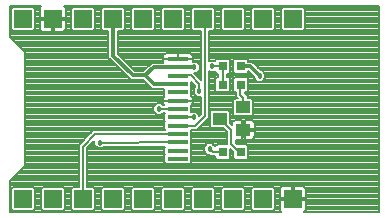
<source format=gbl>
G75*
%MOIN*%
%OFA0B0*%
%FSLAX25Y25*%
%IPPOS*%
%LPD*%
%AMOC8*
5,1,8,0,0,1.08239X$1,22.5*
%
%ADD10R,0.06000X0.06000*%
%ADD11R,0.07047X0.01417*%
%ADD12R,0.03150X0.03150*%
%ADD13R,0.04724X0.03937*%
%ADD14C,0.00800*%
%ADD15C,0.01200*%
%ADD16C,0.01800*%
D10*
X0011800Y0023933D03*
X0021800Y0023933D03*
X0031800Y0023933D03*
X0041800Y0023933D03*
X0051800Y0023933D03*
X0061800Y0023933D03*
X0071800Y0023933D03*
X0081800Y0023933D03*
X0091800Y0023933D03*
X0101800Y0023933D03*
X0101800Y0084033D03*
X0091800Y0084033D03*
X0081800Y0084033D03*
X0071800Y0084033D03*
X0061800Y0084033D03*
X0051800Y0084033D03*
X0041800Y0084033D03*
X0031800Y0084033D03*
X0021800Y0084033D03*
X0011800Y0084033D03*
D11*
X0063506Y0070637D03*
X0063506Y0067861D03*
X0063506Y0065085D03*
X0063506Y0062310D03*
X0063506Y0059534D03*
X0063506Y0056759D03*
X0063506Y0053983D03*
X0063506Y0051207D03*
X0063506Y0048432D03*
X0063506Y0045656D03*
X0063506Y0042881D03*
X0063506Y0040105D03*
X0063506Y0037330D03*
D12*
X0078400Y0039583D03*
X0084400Y0039583D03*
X0084400Y0062083D03*
X0078400Y0062083D03*
X0078400Y0068183D03*
X0084400Y0068183D03*
D13*
X0085337Y0054523D03*
X0077463Y0050783D03*
X0085337Y0047043D03*
D14*
X0007700Y0029945D02*
X0007700Y0019783D01*
X0097992Y0019783D01*
X0097940Y0019813D01*
X0097680Y0020073D01*
X0097495Y0020393D01*
X0097400Y0020749D01*
X0097400Y0023533D01*
X0101400Y0023533D01*
X0101400Y0024333D01*
X0097400Y0024333D01*
X0097400Y0027117D01*
X0097495Y0027473D01*
X0097680Y0027793D01*
X0097940Y0028053D01*
X0098260Y0028238D01*
X0098616Y0028333D01*
X0101400Y0028333D01*
X0101400Y0024333D01*
X0102200Y0024333D01*
X0106200Y0024333D01*
X0106200Y0027117D01*
X0106105Y0027473D01*
X0105920Y0027793D01*
X0105660Y0028053D01*
X0105340Y0028238D01*
X0104984Y0028333D01*
X0102200Y0028333D01*
X0102200Y0024333D01*
X0102200Y0023533D01*
X0106200Y0023533D01*
X0106200Y0020749D01*
X0106105Y0020393D01*
X0105920Y0020073D01*
X0105660Y0019813D01*
X0105608Y0019783D01*
X0130500Y0019783D01*
X0130500Y0088183D01*
X0025608Y0088183D01*
X0025660Y0088153D01*
X0025920Y0087893D01*
X0026105Y0087573D01*
X0026200Y0087217D01*
X0026200Y0084433D01*
X0022200Y0084433D01*
X0022200Y0083633D01*
X0022200Y0079633D01*
X0024984Y0079633D01*
X0025340Y0079728D01*
X0025660Y0079913D01*
X0025920Y0080173D01*
X0026105Y0080493D01*
X0026200Y0080849D01*
X0026200Y0083633D01*
X0022200Y0083633D01*
X0021400Y0083633D01*
X0021400Y0079633D01*
X0018616Y0079633D01*
X0018260Y0079728D01*
X0017940Y0079913D01*
X0017680Y0080173D01*
X0017495Y0080493D01*
X0017400Y0080849D01*
X0017400Y0083633D01*
X0021400Y0083633D01*
X0021400Y0084433D01*
X0017400Y0084433D01*
X0017400Y0087217D01*
X0017495Y0087573D01*
X0017680Y0087893D01*
X0017940Y0088153D01*
X0017992Y0088183D01*
X0007700Y0088183D01*
X0007700Y0078022D01*
X0011938Y0073783D01*
X0012700Y0073022D01*
X0012700Y0034945D01*
X0007700Y0029945D01*
X0007918Y0030162D02*
X0030400Y0030162D01*
X0030400Y0029364D02*
X0007700Y0029364D01*
X0007700Y0028565D02*
X0030400Y0028565D01*
X0030400Y0027933D02*
X0028386Y0027933D01*
X0027800Y0027347D01*
X0027800Y0020519D01*
X0028386Y0019933D01*
X0035214Y0019933D01*
X0035800Y0020519D01*
X0035800Y0027347D01*
X0035214Y0027933D01*
X0033200Y0027933D01*
X0033200Y0040903D01*
X0035600Y0043303D01*
X0035600Y0041996D01*
X0036713Y0040883D01*
X0038287Y0040883D01*
X0038802Y0041398D01*
X0059221Y0041466D01*
X0058983Y0041228D01*
X0058983Y0038982D01*
X0059248Y0038717D01*
X0058983Y0038452D01*
X0058983Y0036207D01*
X0059568Y0035621D01*
X0067444Y0035621D01*
X0068030Y0036207D01*
X0068030Y0038452D01*
X0067765Y0038717D01*
X0068030Y0038982D01*
X0068030Y0041228D01*
X0067765Y0041493D01*
X0068030Y0041758D01*
X0068030Y0044004D01*
X0067765Y0044268D01*
X0068030Y0044533D01*
X0068030Y0046779D01*
X0067826Y0046983D01*
X0069847Y0046983D01*
X0074000Y0051136D01*
X0074000Y0066496D01*
X0074213Y0066283D01*
X0075787Y0066283D01*
X0075825Y0066321D01*
X0075825Y0066194D01*
X0076411Y0065608D01*
X0077000Y0065608D01*
X0077000Y0064658D01*
X0076411Y0064658D01*
X0075825Y0064072D01*
X0075825Y0060094D01*
X0076411Y0059508D01*
X0080389Y0059508D01*
X0080975Y0060094D01*
X0080975Y0064072D01*
X0080389Y0064658D01*
X0079800Y0064658D01*
X0079800Y0065608D01*
X0080389Y0065608D01*
X0080975Y0066194D01*
X0080975Y0070172D01*
X0080389Y0070758D01*
X0076411Y0070758D01*
X0075825Y0070172D01*
X0075825Y0070045D01*
X0075787Y0070083D01*
X0074213Y0070083D01*
X0074000Y0069870D01*
X0074000Y0080033D01*
X0075214Y0080033D01*
X0075800Y0080619D01*
X0075800Y0087447D01*
X0075214Y0088033D01*
X0068386Y0088033D01*
X0067800Y0087447D01*
X0067800Y0080619D01*
X0068386Y0080033D01*
X0071200Y0080033D01*
X0071200Y0063663D01*
X0069108Y0065755D01*
X0069108Y0065770D01*
X0068887Y0065983D01*
X0069787Y0065983D01*
X0070900Y0067096D01*
X0070900Y0068670D01*
X0069787Y0069783D01*
X0068430Y0069783D01*
X0068430Y0070637D01*
X0068430Y0071530D01*
X0068334Y0071886D01*
X0068150Y0072205D01*
X0067890Y0072466D01*
X0067570Y0072650D01*
X0067214Y0072745D01*
X0063506Y0072745D01*
X0059798Y0072745D01*
X0059442Y0072650D01*
X0059123Y0072466D01*
X0058862Y0072205D01*
X0058678Y0071886D01*
X0058583Y0071530D01*
X0058583Y0070637D01*
X0063506Y0070637D01*
X0063506Y0072745D01*
X0063506Y0070637D01*
X0063506Y0070637D01*
X0063506Y0070637D01*
X0058583Y0070637D01*
X0058583Y0069744D01*
X0058658Y0069461D01*
X0054715Y0069461D01*
X0052037Y0066783D01*
X0049063Y0066783D01*
X0043400Y0072446D01*
X0043400Y0080033D01*
X0045214Y0080033D01*
X0045800Y0080619D01*
X0045800Y0087447D01*
X0045214Y0088033D01*
X0038386Y0088033D01*
X0037800Y0087447D01*
X0037800Y0080619D01*
X0038386Y0080033D01*
X0040200Y0080033D01*
X0040200Y0071120D01*
X0041137Y0070183D01*
X0041137Y0070183D01*
X0046800Y0064520D01*
X0047737Y0063583D01*
X0052037Y0063583D01*
X0054910Y0060710D01*
X0059035Y0060710D01*
X0058983Y0060657D01*
X0058983Y0058447D01*
X0058862Y0058327D01*
X0058678Y0058008D01*
X0058583Y0057652D01*
X0058583Y0056759D01*
X0063506Y0056759D01*
X0063506Y0056759D01*
X0058583Y0056759D01*
X0058583Y0055866D01*
X0058678Y0055510D01*
X0058751Y0055383D01*
X0058487Y0055383D01*
X0057987Y0055883D01*
X0056413Y0055883D01*
X0055300Y0054770D01*
X0055300Y0053196D01*
X0056413Y0052083D01*
X0057987Y0052083D01*
X0058487Y0052583D01*
X0059235Y0052583D01*
X0058983Y0052330D01*
X0058983Y0050085D01*
X0059248Y0049820D01*
X0058983Y0049555D01*
X0058983Y0047309D01*
X0059245Y0047046D01*
X0035906Y0046991D01*
X0035328Y0046991D01*
X0035327Y0046990D01*
X0035325Y0046990D01*
X0034919Y0046582D01*
X0030400Y0042063D01*
X0030400Y0027933D01*
X0028219Y0027767D02*
X0025381Y0027767D01*
X0025214Y0027933D02*
X0025800Y0027347D01*
X0025800Y0020519D01*
X0025214Y0019933D01*
X0018386Y0019933D01*
X0017800Y0020519D01*
X0017800Y0027347D01*
X0018386Y0027933D01*
X0025214Y0027933D01*
X0025800Y0026968D02*
X0027800Y0026968D01*
X0027800Y0026170D02*
X0025800Y0026170D01*
X0025800Y0025371D02*
X0027800Y0025371D01*
X0027800Y0024573D02*
X0025800Y0024573D01*
X0025800Y0023774D02*
X0027800Y0023774D01*
X0027800Y0022976D02*
X0025800Y0022976D01*
X0025800Y0022177D02*
X0027800Y0022177D01*
X0027800Y0021379D02*
X0025800Y0021379D01*
X0025800Y0020580D02*
X0027800Y0020580D01*
X0031800Y0023933D02*
X0031800Y0041483D01*
X0035908Y0045591D01*
X0063506Y0045656D01*
X0068030Y0045334D02*
X0079925Y0045334D01*
X0079925Y0046132D02*
X0068030Y0046132D01*
X0067878Y0046931D02*
X0079335Y0046931D01*
X0079925Y0046341D02*
X0078452Y0047815D01*
X0074687Y0047815D01*
X0074101Y0048400D01*
X0074101Y0053166D01*
X0074687Y0053752D01*
X0080239Y0053752D01*
X0080825Y0053166D01*
X0080825Y0049401D01*
X0081575Y0048651D01*
X0081575Y0049196D01*
X0081670Y0049552D01*
X0081855Y0049871D01*
X0082115Y0050132D01*
X0082434Y0050316D01*
X0082790Y0050411D01*
X0084937Y0050411D01*
X0084937Y0047443D01*
X0085737Y0047443D01*
X0085737Y0050411D01*
X0087884Y0050411D01*
X0088240Y0050316D01*
X0088559Y0050132D01*
X0088819Y0049871D01*
X0089004Y0049552D01*
X0089099Y0049196D01*
X0089099Y0047443D01*
X0085737Y0047443D01*
X0085737Y0046643D01*
X0089099Y0046643D01*
X0089099Y0044890D01*
X0089004Y0044534D01*
X0088819Y0044215D01*
X0088559Y0043954D01*
X0088240Y0043770D01*
X0087884Y0043674D01*
X0085737Y0043674D01*
X0085737Y0046643D01*
X0084937Y0046643D01*
X0084937Y0043674D01*
X0082790Y0043674D01*
X0082725Y0043692D01*
X0082725Y0042774D01*
X0083341Y0042158D01*
X0086389Y0042158D01*
X0086975Y0041572D01*
X0086975Y0037594D01*
X0086389Y0037008D01*
X0082411Y0037008D01*
X0081825Y0037594D01*
X0081825Y0039714D01*
X0080975Y0040565D01*
X0080975Y0037594D01*
X0080389Y0037008D01*
X0076411Y0037008D01*
X0075825Y0037594D01*
X0075825Y0038183D01*
X0074620Y0038183D01*
X0074020Y0038783D01*
X0073313Y0038783D01*
X0072200Y0039896D01*
X0072200Y0041470D01*
X0073313Y0042583D01*
X0074887Y0042583D01*
X0075862Y0041608D01*
X0076411Y0042158D01*
X0079925Y0042158D01*
X0079925Y0046341D01*
X0081325Y0046921D02*
X0081325Y0042194D01*
X0083500Y0040019D01*
X0084400Y0039583D01*
X0081795Y0039744D02*
X0080975Y0039744D01*
X0080975Y0038946D02*
X0081825Y0038946D01*
X0081825Y0038147D02*
X0080975Y0038147D01*
X0080730Y0037349D02*
X0082070Y0037349D01*
X0078400Y0039583D02*
X0075200Y0039583D01*
X0074100Y0040683D01*
X0072352Y0039744D02*
X0068030Y0039744D01*
X0068030Y0040543D02*
X0072200Y0040543D01*
X0072200Y0041341D02*
X0067917Y0041341D01*
X0068030Y0042140D02*
X0072870Y0042140D01*
X0075330Y0042140D02*
X0076393Y0042140D01*
X0079925Y0042938D02*
X0068030Y0042938D01*
X0068030Y0043737D02*
X0079925Y0043737D01*
X0079925Y0044535D02*
X0068030Y0044535D01*
X0063506Y0042881D02*
X0037511Y0042794D01*
X0037500Y0042783D01*
X0035600Y0042938D02*
X0035235Y0042938D01*
X0035600Y0042140D02*
X0034437Y0042140D01*
X0033638Y0041341D02*
X0036255Y0041341D01*
X0038745Y0041341D02*
X0059096Y0041341D01*
X0058983Y0040543D02*
X0033200Y0040543D01*
X0033200Y0039744D02*
X0058983Y0039744D01*
X0059019Y0038946D02*
X0033200Y0038946D01*
X0033200Y0038147D02*
X0058983Y0038147D01*
X0058983Y0037349D02*
X0033200Y0037349D01*
X0033200Y0036550D02*
X0058983Y0036550D01*
X0059438Y0035752D02*
X0033200Y0035752D01*
X0033200Y0034953D02*
X0130500Y0034953D01*
X0130500Y0034155D02*
X0033200Y0034155D01*
X0033200Y0033356D02*
X0130500Y0033356D01*
X0130500Y0032558D02*
X0033200Y0032558D01*
X0033200Y0031759D02*
X0130500Y0031759D01*
X0130500Y0030961D02*
X0033200Y0030961D01*
X0033200Y0030162D02*
X0130500Y0030162D01*
X0130500Y0029364D02*
X0033200Y0029364D01*
X0033200Y0028565D02*
X0130500Y0028565D01*
X0130500Y0027767D02*
X0105935Y0027767D01*
X0106200Y0026968D02*
X0130500Y0026968D01*
X0130500Y0026170D02*
X0106200Y0026170D01*
X0106200Y0025371D02*
X0130500Y0025371D01*
X0130500Y0024573D02*
X0106200Y0024573D01*
X0106200Y0022976D02*
X0130500Y0022976D01*
X0130500Y0023774D02*
X0102200Y0023774D01*
X0102200Y0024573D02*
X0101400Y0024573D01*
X0101400Y0025371D02*
X0102200Y0025371D01*
X0102200Y0026170D02*
X0101400Y0026170D01*
X0101400Y0026968D02*
X0102200Y0026968D01*
X0102200Y0027767D02*
X0101400Y0027767D01*
X0097665Y0027767D02*
X0095381Y0027767D01*
X0095214Y0027933D02*
X0095800Y0027347D01*
X0095800Y0020519D01*
X0095214Y0019933D01*
X0088386Y0019933D01*
X0087800Y0020519D01*
X0087800Y0027347D01*
X0088386Y0027933D01*
X0095214Y0027933D01*
X0095800Y0026968D02*
X0097400Y0026968D01*
X0097400Y0026170D02*
X0095800Y0026170D01*
X0095800Y0025371D02*
X0097400Y0025371D01*
X0097400Y0024573D02*
X0095800Y0024573D01*
X0095800Y0023774D02*
X0101400Y0023774D01*
X0097400Y0022976D02*
X0095800Y0022976D01*
X0095800Y0022177D02*
X0097400Y0022177D01*
X0097400Y0021379D02*
X0095800Y0021379D01*
X0095800Y0020580D02*
X0097445Y0020580D01*
X0106155Y0020580D02*
X0130500Y0020580D01*
X0130500Y0021379D02*
X0106200Y0021379D01*
X0106200Y0022177D02*
X0130500Y0022177D01*
X0130500Y0035752D02*
X0067575Y0035752D01*
X0068030Y0036550D02*
X0130500Y0036550D01*
X0130500Y0037349D02*
X0086730Y0037349D01*
X0086975Y0038147D02*
X0130500Y0038147D01*
X0130500Y0038946D02*
X0086975Y0038946D01*
X0086975Y0039744D02*
X0130500Y0039744D01*
X0130500Y0040543D02*
X0086975Y0040543D01*
X0086975Y0041341D02*
X0130500Y0041341D01*
X0130500Y0042140D02*
X0086407Y0042140D01*
X0085737Y0043737D02*
X0084937Y0043737D01*
X0084937Y0044535D02*
X0085737Y0044535D01*
X0085737Y0045334D02*
X0084937Y0045334D01*
X0084937Y0046132D02*
X0085737Y0046132D01*
X0085737Y0046931D02*
X0130500Y0046931D01*
X0130500Y0047729D02*
X0089099Y0047729D01*
X0089099Y0048528D02*
X0130500Y0048528D01*
X0130500Y0049327D02*
X0089064Y0049327D01*
X0088565Y0050125D02*
X0130500Y0050125D01*
X0130500Y0050924D02*
X0080825Y0050924D01*
X0080825Y0051722D02*
X0082393Y0051722D01*
X0082561Y0051555D02*
X0081975Y0052141D01*
X0081975Y0056906D01*
X0082561Y0057492D01*
X0083589Y0057492D01*
X0082937Y0058143D01*
X0082937Y0059508D01*
X0082411Y0059508D01*
X0081825Y0060094D01*
X0081825Y0064072D01*
X0082411Y0064658D01*
X0086389Y0064658D01*
X0086975Y0064072D01*
X0086975Y0060094D01*
X0086389Y0059508D01*
X0085737Y0059508D01*
X0085737Y0059303D01*
X0086737Y0058303D01*
X0086737Y0057492D01*
X0088113Y0057492D01*
X0088699Y0056906D01*
X0088699Y0052141D01*
X0088113Y0051555D01*
X0082561Y0051555D01*
X0081975Y0052521D02*
X0080825Y0052521D01*
X0080672Y0053319D02*
X0081975Y0053319D01*
X0081975Y0054118D02*
X0074000Y0054118D01*
X0074000Y0054916D02*
X0081975Y0054916D01*
X0081975Y0055715D02*
X0074000Y0055715D01*
X0074000Y0056513D02*
X0081975Y0056513D01*
X0082380Y0057312D02*
X0074000Y0057312D01*
X0074000Y0058110D02*
X0082970Y0058110D01*
X0082937Y0058909D02*
X0074000Y0058909D01*
X0074000Y0059707D02*
X0076212Y0059707D01*
X0075825Y0060506D02*
X0074000Y0060506D01*
X0074000Y0061304D02*
X0075825Y0061304D01*
X0075825Y0062103D02*
X0074000Y0062103D01*
X0074000Y0062901D02*
X0075825Y0062901D01*
X0075825Y0063700D02*
X0074000Y0063700D01*
X0074000Y0064498D02*
X0076251Y0064498D01*
X0077000Y0065297D02*
X0074000Y0065297D01*
X0074000Y0066095D02*
X0075924Y0066095D01*
X0075000Y0068183D02*
X0078400Y0068183D01*
X0078400Y0062083D01*
X0080975Y0062103D02*
X0081825Y0062103D01*
X0081825Y0062901D02*
X0080975Y0062901D01*
X0080975Y0063700D02*
X0081825Y0063700D01*
X0082251Y0064498D02*
X0080549Y0064498D01*
X0079800Y0065297D02*
X0088224Y0065297D01*
X0088900Y0064620D02*
X0086975Y0066546D01*
X0086975Y0066194D01*
X0086389Y0065608D01*
X0082411Y0065608D01*
X0081825Y0066194D01*
X0081825Y0070172D01*
X0082411Y0070758D01*
X0086389Y0070758D01*
X0086975Y0070172D01*
X0086975Y0069783D01*
X0088263Y0069783D01*
X0089200Y0068846D01*
X0089200Y0068846D01*
X0091163Y0066883D01*
X0091587Y0066883D01*
X0092700Y0065770D01*
X0092700Y0064196D01*
X0091587Y0063083D01*
X0090013Y0063083D01*
X0088900Y0064196D01*
X0088900Y0064620D01*
X0088900Y0064498D02*
X0086549Y0064498D01*
X0086975Y0063700D02*
X0089396Y0063700D01*
X0086975Y0062901D02*
X0130500Y0062901D01*
X0130500Y0062103D02*
X0086975Y0062103D01*
X0086975Y0061304D02*
X0130500Y0061304D01*
X0130500Y0060506D02*
X0086975Y0060506D01*
X0086588Y0059707D02*
X0130500Y0059707D01*
X0130500Y0058909D02*
X0086131Y0058909D01*
X0086737Y0058110D02*
X0130500Y0058110D01*
X0130500Y0057312D02*
X0088294Y0057312D01*
X0088699Y0056513D02*
X0130500Y0056513D01*
X0130500Y0055715D02*
X0088699Y0055715D01*
X0088699Y0054916D02*
X0130500Y0054916D01*
X0130500Y0054118D02*
X0088699Y0054118D01*
X0088699Y0053319D02*
X0130500Y0053319D01*
X0130500Y0052521D02*
X0088699Y0052521D01*
X0088281Y0051722D02*
X0130500Y0051722D01*
X0130500Y0046132D02*
X0089099Y0046132D01*
X0089099Y0045334D02*
X0130500Y0045334D01*
X0130500Y0044535D02*
X0089004Y0044535D01*
X0088117Y0043737D02*
X0130500Y0043737D01*
X0130500Y0042938D02*
X0082725Y0042938D01*
X0080996Y0040543D02*
X0080975Y0040543D01*
X0075825Y0038147D02*
X0068030Y0038147D01*
X0068030Y0037349D02*
X0076070Y0037349D01*
X0073150Y0038946D02*
X0067994Y0038946D01*
X0077463Y0050783D02*
X0081325Y0046921D01*
X0078537Y0047729D02*
X0070593Y0047729D01*
X0071392Y0048528D02*
X0074101Y0048528D01*
X0074101Y0049327D02*
X0072190Y0049327D01*
X0072989Y0050125D02*
X0074101Y0050125D01*
X0074101Y0050924D02*
X0073787Y0050924D01*
X0074000Y0051722D02*
X0074101Y0051722D01*
X0074101Y0052521D02*
X0074000Y0052521D01*
X0074000Y0053319D02*
X0074254Y0053319D01*
X0072600Y0051716D02*
X0069267Y0048383D01*
X0062380Y0048383D01*
X0063000Y0048432D01*
X0063506Y0048432D01*
X0063506Y0051207D02*
X0068776Y0051207D01*
X0068794Y0051190D01*
X0070150Y0052521D02*
X0071200Y0052521D01*
X0071200Y0052296D02*
X0070693Y0051789D01*
X0070693Y0051977D01*
X0069580Y0053090D01*
X0068030Y0053090D01*
X0068030Y0055070D01*
X0068150Y0055190D01*
X0068334Y0055510D01*
X0068430Y0055866D01*
X0068430Y0056759D01*
X0068430Y0057652D01*
X0068334Y0058008D01*
X0068150Y0058327D01*
X0068030Y0058447D01*
X0068030Y0060657D01*
X0067765Y0060922D01*
X0068030Y0061187D01*
X0068030Y0062873D01*
X0069300Y0061603D01*
X0069300Y0061170D01*
X0068800Y0060670D01*
X0068800Y0059096D01*
X0069913Y0057983D01*
X0071200Y0057983D01*
X0071200Y0052296D01*
X0071200Y0053319D02*
X0068030Y0053319D01*
X0068030Y0054118D02*
X0071200Y0054118D01*
X0071200Y0054916D02*
X0068030Y0054916D01*
X0068389Y0055715D02*
X0071200Y0055715D01*
X0071200Y0056513D02*
X0068430Y0056513D01*
X0068430Y0056759D02*
X0063506Y0056759D01*
X0068430Y0056759D01*
X0068430Y0057312D02*
X0071200Y0057312D01*
X0069786Y0058110D02*
X0068275Y0058110D01*
X0068030Y0058909D02*
X0068987Y0058909D01*
X0068800Y0059707D02*
X0068030Y0059707D01*
X0068030Y0060506D02*
X0068800Y0060506D01*
X0069300Y0061304D02*
X0068030Y0061304D01*
X0068030Y0062103D02*
X0068800Y0062103D01*
X0070700Y0062183D02*
X0070700Y0059883D01*
X0070700Y0062183D02*
X0067719Y0065164D01*
X0063506Y0065085D01*
X0069566Y0065297D02*
X0071200Y0065297D01*
X0071200Y0066095D02*
X0069899Y0066095D01*
X0070698Y0066894D02*
X0071200Y0066894D01*
X0071200Y0067692D02*
X0070900Y0067692D01*
X0070900Y0068491D02*
X0071200Y0068491D01*
X0071200Y0069289D02*
X0070281Y0069289D01*
X0071200Y0070088D02*
X0068430Y0070088D01*
X0068430Y0070637D02*
X0063506Y0070637D01*
X0068430Y0070637D01*
X0068430Y0070886D02*
X0071200Y0070886D01*
X0071200Y0071685D02*
X0068388Y0071685D01*
X0067859Y0072483D02*
X0071200Y0072483D01*
X0071200Y0073282D02*
X0043400Y0073282D01*
X0043400Y0074080D02*
X0071200Y0074080D01*
X0071200Y0074879D02*
X0043400Y0074879D01*
X0043400Y0075677D02*
X0071200Y0075677D01*
X0071200Y0076476D02*
X0043400Y0076476D01*
X0043400Y0077274D02*
X0071200Y0077274D01*
X0071200Y0078073D02*
X0043400Y0078073D01*
X0043400Y0078871D02*
X0071200Y0078871D01*
X0071200Y0079670D02*
X0043400Y0079670D01*
X0045650Y0080468D02*
X0047950Y0080468D01*
X0047800Y0080619D02*
X0048386Y0080033D01*
X0055214Y0080033D01*
X0055800Y0080619D01*
X0055800Y0087447D01*
X0055214Y0088033D01*
X0048386Y0088033D01*
X0047800Y0087447D01*
X0047800Y0080619D01*
X0047800Y0081267D02*
X0045800Y0081267D01*
X0045800Y0082065D02*
X0047800Y0082065D01*
X0047800Y0082864D02*
X0045800Y0082864D01*
X0045800Y0083662D02*
X0047800Y0083662D01*
X0047800Y0084461D02*
X0045800Y0084461D01*
X0045800Y0085260D02*
X0047800Y0085260D01*
X0047800Y0086058D02*
X0045800Y0086058D01*
X0045800Y0086857D02*
X0047800Y0086857D01*
X0048008Y0087655D02*
X0045592Y0087655D01*
X0038008Y0087655D02*
X0035592Y0087655D01*
X0035800Y0087447D02*
X0035214Y0088033D01*
X0028386Y0088033D01*
X0027800Y0087447D01*
X0027800Y0080619D01*
X0028386Y0080033D01*
X0035214Y0080033D01*
X0035800Y0080619D01*
X0035800Y0087447D01*
X0035800Y0086857D02*
X0037800Y0086857D01*
X0037800Y0086058D02*
X0035800Y0086058D01*
X0035800Y0085260D02*
X0037800Y0085260D01*
X0037800Y0084461D02*
X0035800Y0084461D01*
X0035800Y0083662D02*
X0037800Y0083662D01*
X0037800Y0082864D02*
X0035800Y0082864D01*
X0035800Y0082065D02*
X0037800Y0082065D01*
X0037800Y0081267D02*
X0035800Y0081267D01*
X0035650Y0080468D02*
X0037950Y0080468D01*
X0040200Y0079670D02*
X0025122Y0079670D01*
X0026091Y0080468D02*
X0027950Y0080468D01*
X0027800Y0081267D02*
X0026200Y0081267D01*
X0026200Y0082065D02*
X0027800Y0082065D01*
X0027800Y0082864D02*
X0026200Y0082864D01*
X0026200Y0084461D02*
X0027800Y0084461D01*
X0027800Y0083662D02*
X0022200Y0083662D01*
X0022200Y0082864D02*
X0021400Y0082864D01*
X0021400Y0083662D02*
X0015800Y0083662D01*
X0015800Y0082864D02*
X0017400Y0082864D01*
X0017400Y0082065D02*
X0015800Y0082065D01*
X0015800Y0081267D02*
X0017400Y0081267D01*
X0017509Y0080468D02*
X0015650Y0080468D01*
X0015800Y0080619D02*
X0015800Y0087447D01*
X0015214Y0088033D01*
X0008386Y0088033D01*
X0007800Y0087447D01*
X0007800Y0080619D01*
X0008386Y0080033D01*
X0015214Y0080033D01*
X0015800Y0080619D01*
X0018478Y0079670D02*
X0007700Y0079670D01*
X0007700Y0080468D02*
X0007950Y0080468D01*
X0007800Y0081267D02*
X0007700Y0081267D01*
X0007700Y0082065D02*
X0007800Y0082065D01*
X0007800Y0082864D02*
X0007700Y0082864D01*
X0007700Y0083662D02*
X0007800Y0083662D01*
X0007800Y0084461D02*
X0007700Y0084461D01*
X0007700Y0085260D02*
X0007800Y0085260D01*
X0007800Y0086058D02*
X0007700Y0086058D01*
X0007700Y0086857D02*
X0007800Y0086857D01*
X0007700Y0087655D02*
X0008008Y0087655D01*
X0015592Y0087655D02*
X0017543Y0087655D01*
X0017400Y0086857D02*
X0015800Y0086857D01*
X0015800Y0086058D02*
X0017400Y0086058D01*
X0017400Y0085260D02*
X0015800Y0085260D01*
X0015800Y0084461D02*
X0017400Y0084461D01*
X0021400Y0082065D02*
X0022200Y0082065D01*
X0022200Y0081267D02*
X0021400Y0081267D01*
X0021400Y0080468D02*
X0022200Y0080468D01*
X0022200Y0079670D02*
X0021400Y0079670D01*
X0026200Y0085260D02*
X0027800Y0085260D01*
X0027800Y0086058D02*
X0026200Y0086058D01*
X0026200Y0086857D02*
X0027800Y0086857D01*
X0028008Y0087655D02*
X0026057Y0087655D01*
X0040200Y0078871D02*
X0007700Y0078871D01*
X0007700Y0078073D02*
X0040200Y0078073D01*
X0040200Y0077274D02*
X0008447Y0077274D01*
X0009246Y0076476D02*
X0040200Y0076476D01*
X0040200Y0075677D02*
X0010044Y0075677D01*
X0010843Y0074879D02*
X0040200Y0074879D01*
X0040200Y0074080D02*
X0011641Y0074080D01*
X0012440Y0073282D02*
X0040200Y0073282D01*
X0040200Y0072483D02*
X0012700Y0072483D01*
X0012700Y0071685D02*
X0040200Y0071685D01*
X0040434Y0070886D02*
X0012700Y0070886D01*
X0012700Y0070088D02*
X0041233Y0070088D01*
X0042031Y0069289D02*
X0012700Y0069289D01*
X0012700Y0068491D02*
X0042830Y0068491D01*
X0043628Y0067692D02*
X0012700Y0067692D01*
X0012700Y0066894D02*
X0044427Y0066894D01*
X0045225Y0066095D02*
X0012700Y0066095D01*
X0012700Y0065297D02*
X0046024Y0065297D01*
X0046800Y0064520D02*
X0046800Y0064520D01*
X0046822Y0064498D02*
X0012700Y0064498D01*
X0012700Y0063700D02*
X0047621Y0063700D01*
X0052719Y0062901D02*
X0012700Y0062901D01*
X0012700Y0062103D02*
X0053518Y0062103D01*
X0054316Y0061304D02*
X0012700Y0061304D01*
X0012700Y0060506D02*
X0058983Y0060506D01*
X0058983Y0059707D02*
X0012700Y0059707D01*
X0012700Y0058909D02*
X0058983Y0058909D01*
X0058737Y0058110D02*
X0012700Y0058110D01*
X0012700Y0057312D02*
X0058583Y0057312D01*
X0058583Y0056513D02*
X0012700Y0056513D01*
X0012700Y0055715D02*
X0056245Y0055715D01*
X0055446Y0054916D02*
X0012700Y0054916D01*
X0012700Y0054118D02*
X0055300Y0054118D01*
X0055300Y0053319D02*
X0012700Y0053319D01*
X0012700Y0052521D02*
X0055976Y0052521D01*
X0057200Y0053983D02*
X0063506Y0053983D01*
X0063506Y0056759D02*
X0063506Y0056759D01*
X0058623Y0055715D02*
X0058155Y0055715D01*
X0058424Y0052521D02*
X0059173Y0052521D01*
X0058983Y0051722D02*
X0012700Y0051722D01*
X0012700Y0050924D02*
X0058983Y0050924D01*
X0058983Y0050125D02*
X0012700Y0050125D01*
X0012700Y0049327D02*
X0058983Y0049327D01*
X0058983Y0048528D02*
X0012700Y0048528D01*
X0012700Y0047729D02*
X0058983Y0047729D01*
X0072600Y0051716D02*
X0072600Y0083233D01*
X0071800Y0084033D01*
X0067800Y0083662D02*
X0065800Y0083662D01*
X0065800Y0082864D02*
X0067800Y0082864D01*
X0067800Y0082065D02*
X0065800Y0082065D01*
X0065800Y0081267D02*
X0067800Y0081267D01*
X0067950Y0080468D02*
X0065650Y0080468D01*
X0065800Y0080619D02*
X0065800Y0087447D01*
X0065214Y0088033D01*
X0058386Y0088033D01*
X0057800Y0087447D01*
X0057800Y0080619D01*
X0058386Y0080033D01*
X0065214Y0080033D01*
X0065800Y0080619D01*
X0065800Y0084461D02*
X0067800Y0084461D01*
X0067800Y0085260D02*
X0065800Y0085260D01*
X0065800Y0086058D02*
X0067800Y0086058D01*
X0067800Y0086857D02*
X0065800Y0086857D01*
X0065592Y0087655D02*
X0068008Y0087655D01*
X0075592Y0087655D02*
X0078008Y0087655D01*
X0077800Y0087447D02*
X0077800Y0080619D01*
X0078386Y0080033D01*
X0085214Y0080033D01*
X0085800Y0080619D01*
X0085800Y0087447D01*
X0085214Y0088033D01*
X0078386Y0088033D01*
X0077800Y0087447D01*
X0077800Y0086857D02*
X0075800Y0086857D01*
X0075800Y0086058D02*
X0077800Y0086058D01*
X0077800Y0085260D02*
X0075800Y0085260D01*
X0075800Y0084461D02*
X0077800Y0084461D01*
X0077800Y0083662D02*
X0075800Y0083662D01*
X0075800Y0082864D02*
X0077800Y0082864D01*
X0077800Y0082065D02*
X0075800Y0082065D01*
X0075800Y0081267D02*
X0077800Y0081267D01*
X0077950Y0080468D02*
X0075650Y0080468D01*
X0074000Y0079670D02*
X0130500Y0079670D01*
X0130500Y0080468D02*
X0105650Y0080468D01*
X0105800Y0080619D02*
X0105214Y0080033D01*
X0098386Y0080033D01*
X0097800Y0080619D01*
X0097800Y0087447D01*
X0098386Y0088033D01*
X0105214Y0088033D01*
X0105800Y0087447D01*
X0105800Y0080619D01*
X0105800Y0081267D02*
X0130500Y0081267D01*
X0130500Y0082065D02*
X0105800Y0082065D01*
X0105800Y0082864D02*
X0130500Y0082864D01*
X0130500Y0083662D02*
X0105800Y0083662D01*
X0105800Y0084461D02*
X0130500Y0084461D01*
X0130500Y0085260D02*
X0105800Y0085260D01*
X0105800Y0086058D02*
X0130500Y0086058D01*
X0130500Y0086857D02*
X0105800Y0086857D01*
X0105592Y0087655D02*
X0130500Y0087655D01*
X0130500Y0078871D02*
X0074000Y0078871D01*
X0074000Y0078073D02*
X0130500Y0078073D01*
X0130500Y0077274D02*
X0074000Y0077274D01*
X0074000Y0076476D02*
X0130500Y0076476D01*
X0130500Y0075677D02*
X0074000Y0075677D01*
X0074000Y0074879D02*
X0130500Y0074879D01*
X0130500Y0074080D02*
X0074000Y0074080D01*
X0074000Y0073282D02*
X0130500Y0073282D01*
X0130500Y0072483D02*
X0074000Y0072483D01*
X0074000Y0071685D02*
X0130500Y0071685D01*
X0130500Y0070886D02*
X0074000Y0070886D01*
X0074000Y0070088D02*
X0075825Y0070088D01*
X0080975Y0070088D02*
X0081825Y0070088D01*
X0081825Y0069289D02*
X0080975Y0069289D01*
X0080975Y0068491D02*
X0081825Y0068491D01*
X0081825Y0067692D02*
X0080975Y0067692D01*
X0080975Y0066894D02*
X0081825Y0066894D01*
X0081924Y0066095D02*
X0080876Y0066095D01*
X0086876Y0066095D02*
X0087425Y0066095D01*
X0089555Y0068491D02*
X0130500Y0068491D01*
X0130500Y0069289D02*
X0088757Y0069289D01*
X0086975Y0070088D02*
X0130500Y0070088D01*
X0130500Y0067692D02*
X0090354Y0067692D01*
X0091152Y0066894D02*
X0130500Y0066894D01*
X0130500Y0066095D02*
X0092375Y0066095D01*
X0092700Y0065297D02*
X0130500Y0065297D01*
X0130500Y0064498D02*
X0092700Y0064498D01*
X0092204Y0063700D02*
X0130500Y0063700D01*
X0097950Y0080468D02*
X0095650Y0080468D01*
X0095800Y0080619D02*
X0095800Y0087447D01*
X0095214Y0088033D01*
X0088386Y0088033D01*
X0087800Y0087447D01*
X0087800Y0080619D01*
X0088386Y0080033D01*
X0095214Y0080033D01*
X0095800Y0080619D01*
X0095800Y0081267D02*
X0097800Y0081267D01*
X0097800Y0082065D02*
X0095800Y0082065D01*
X0095800Y0082864D02*
X0097800Y0082864D01*
X0097800Y0083662D02*
X0095800Y0083662D01*
X0095800Y0084461D02*
X0097800Y0084461D01*
X0097800Y0085260D02*
X0095800Y0085260D01*
X0095800Y0086058D02*
X0097800Y0086058D01*
X0097800Y0086857D02*
X0095800Y0086857D01*
X0095592Y0087655D02*
X0098008Y0087655D01*
X0088008Y0087655D02*
X0085592Y0087655D01*
X0085800Y0086857D02*
X0087800Y0086857D01*
X0087800Y0086058D02*
X0085800Y0086058D01*
X0085800Y0085260D02*
X0087800Y0085260D01*
X0087800Y0084461D02*
X0085800Y0084461D01*
X0085800Y0083662D02*
X0087800Y0083662D01*
X0087800Y0082864D02*
X0085800Y0082864D01*
X0085800Y0082065D02*
X0087800Y0082065D01*
X0087800Y0081267D02*
X0085800Y0081267D01*
X0085650Y0080468D02*
X0087950Y0080468D01*
X0063506Y0072483D02*
X0063506Y0072483D01*
X0063506Y0071685D02*
X0063506Y0071685D01*
X0063506Y0070886D02*
X0063506Y0070886D01*
X0063506Y0070637D02*
X0063506Y0070637D01*
X0059154Y0072483D02*
X0043400Y0072483D01*
X0044161Y0071685D02*
X0058624Y0071685D01*
X0058583Y0070886D02*
X0044959Y0070886D01*
X0045758Y0070088D02*
X0058583Y0070088D01*
X0054543Y0069289D02*
X0046556Y0069289D01*
X0047355Y0068491D02*
X0053745Y0068491D01*
X0052946Y0067692D02*
X0048154Y0067692D01*
X0048952Y0066894D02*
X0052148Y0066894D01*
X0070365Y0064498D02*
X0071200Y0064498D01*
X0071163Y0063700D02*
X0071200Y0063700D01*
X0080975Y0061304D02*
X0081825Y0061304D01*
X0081825Y0060506D02*
X0080975Y0060506D01*
X0080588Y0059707D02*
X0082212Y0059707D01*
X0084337Y0058723D02*
X0084337Y0062020D01*
X0084400Y0062083D01*
X0084337Y0058723D02*
X0085337Y0057723D01*
X0085337Y0054523D01*
X0084937Y0050125D02*
X0085737Y0050125D01*
X0085737Y0049327D02*
X0084937Y0049327D01*
X0084937Y0048528D02*
X0085737Y0048528D01*
X0085737Y0047729D02*
X0084937Y0047729D01*
X0081610Y0049327D02*
X0080899Y0049327D01*
X0080825Y0050125D02*
X0082109Y0050125D01*
X0085214Y0027933D02*
X0078386Y0027933D01*
X0077800Y0027347D01*
X0077800Y0020519D01*
X0078386Y0019933D01*
X0085214Y0019933D01*
X0085800Y0020519D01*
X0085800Y0027347D01*
X0085214Y0027933D01*
X0085381Y0027767D02*
X0088219Y0027767D01*
X0087800Y0026968D02*
X0085800Y0026968D01*
X0085800Y0026170D02*
X0087800Y0026170D01*
X0087800Y0025371D02*
X0085800Y0025371D01*
X0085800Y0024573D02*
X0087800Y0024573D01*
X0087800Y0023774D02*
X0085800Y0023774D01*
X0085800Y0022976D02*
X0087800Y0022976D01*
X0087800Y0022177D02*
X0085800Y0022177D01*
X0085800Y0021379D02*
X0087800Y0021379D01*
X0087800Y0020580D02*
X0085800Y0020580D01*
X0077800Y0020580D02*
X0075800Y0020580D01*
X0075800Y0020519D02*
X0075800Y0027347D01*
X0075214Y0027933D01*
X0068386Y0027933D01*
X0067800Y0027347D01*
X0067800Y0020519D01*
X0068386Y0019933D01*
X0075214Y0019933D01*
X0075800Y0020519D01*
X0075800Y0021379D02*
X0077800Y0021379D01*
X0077800Y0022177D02*
X0075800Y0022177D01*
X0075800Y0022976D02*
X0077800Y0022976D01*
X0077800Y0023774D02*
X0075800Y0023774D01*
X0075800Y0024573D02*
X0077800Y0024573D01*
X0077800Y0025371D02*
X0075800Y0025371D01*
X0075800Y0026170D02*
X0077800Y0026170D01*
X0077800Y0026968D02*
X0075800Y0026968D01*
X0075381Y0027767D02*
X0078219Y0027767D01*
X0068219Y0027767D02*
X0065381Y0027767D01*
X0065214Y0027933D02*
X0065800Y0027347D01*
X0065800Y0020519D01*
X0065214Y0019933D01*
X0058386Y0019933D01*
X0057800Y0020519D01*
X0057800Y0027347D01*
X0058386Y0027933D01*
X0065214Y0027933D01*
X0065800Y0026968D02*
X0067800Y0026968D01*
X0067800Y0026170D02*
X0065800Y0026170D01*
X0065800Y0025371D02*
X0067800Y0025371D01*
X0067800Y0024573D02*
X0065800Y0024573D01*
X0065800Y0023774D02*
X0067800Y0023774D01*
X0067800Y0022976D02*
X0065800Y0022976D01*
X0065800Y0022177D02*
X0067800Y0022177D01*
X0067800Y0021379D02*
X0065800Y0021379D01*
X0065800Y0020580D02*
X0067800Y0020580D01*
X0057800Y0020580D02*
X0055800Y0020580D01*
X0055800Y0020519D02*
X0055800Y0027347D01*
X0055214Y0027933D01*
X0048386Y0027933D01*
X0047800Y0027347D01*
X0047800Y0020519D01*
X0048386Y0019933D01*
X0055214Y0019933D01*
X0055800Y0020519D01*
X0055800Y0021379D02*
X0057800Y0021379D01*
X0057800Y0022177D02*
X0055800Y0022177D01*
X0055800Y0022976D02*
X0057800Y0022976D01*
X0057800Y0023774D02*
X0055800Y0023774D01*
X0055800Y0024573D02*
X0057800Y0024573D01*
X0057800Y0025371D02*
X0055800Y0025371D01*
X0055800Y0026170D02*
X0057800Y0026170D01*
X0057800Y0026968D02*
X0055800Y0026968D01*
X0055381Y0027767D02*
X0058219Y0027767D01*
X0048219Y0027767D02*
X0045381Y0027767D01*
X0045214Y0027933D02*
X0045800Y0027347D01*
X0045800Y0020519D01*
X0045214Y0019933D01*
X0038386Y0019933D01*
X0037800Y0020519D01*
X0037800Y0027347D01*
X0038386Y0027933D01*
X0045214Y0027933D01*
X0045800Y0026968D02*
X0047800Y0026968D01*
X0047800Y0026170D02*
X0045800Y0026170D01*
X0045800Y0025371D02*
X0047800Y0025371D01*
X0047800Y0024573D02*
X0045800Y0024573D01*
X0045800Y0023774D02*
X0047800Y0023774D01*
X0047800Y0022976D02*
X0045800Y0022976D01*
X0045800Y0022177D02*
X0047800Y0022177D01*
X0047800Y0021379D02*
X0045800Y0021379D01*
X0045800Y0020580D02*
X0047800Y0020580D01*
X0037800Y0020580D02*
X0035800Y0020580D01*
X0035800Y0021379D02*
X0037800Y0021379D01*
X0037800Y0022177D02*
X0035800Y0022177D01*
X0035800Y0022976D02*
X0037800Y0022976D01*
X0037800Y0023774D02*
X0035800Y0023774D01*
X0035800Y0024573D02*
X0037800Y0024573D01*
X0037800Y0025371D02*
X0035800Y0025371D01*
X0035800Y0026170D02*
X0037800Y0026170D01*
X0037800Y0026968D02*
X0035800Y0026968D01*
X0035381Y0027767D02*
X0038219Y0027767D01*
X0030400Y0030961D02*
X0008716Y0030961D01*
X0009515Y0031759D02*
X0030400Y0031759D01*
X0030400Y0032558D02*
X0010313Y0032558D01*
X0011112Y0033356D02*
X0030400Y0033356D01*
X0030400Y0034155D02*
X0011910Y0034155D01*
X0012700Y0034953D02*
X0030400Y0034953D01*
X0030400Y0035752D02*
X0012700Y0035752D01*
X0012700Y0036550D02*
X0030400Y0036550D01*
X0030400Y0037349D02*
X0012700Y0037349D01*
X0012700Y0038147D02*
X0030400Y0038147D01*
X0030400Y0038946D02*
X0012700Y0038946D01*
X0012700Y0039744D02*
X0030400Y0039744D01*
X0030400Y0040543D02*
X0012700Y0040543D01*
X0012700Y0041341D02*
X0030400Y0041341D01*
X0030477Y0042140D02*
X0012700Y0042140D01*
X0012700Y0042938D02*
X0031275Y0042938D01*
X0032074Y0043737D02*
X0012700Y0043737D01*
X0012700Y0044535D02*
X0032872Y0044535D01*
X0033671Y0045334D02*
X0012700Y0045334D01*
X0012700Y0046132D02*
X0034469Y0046132D01*
X0035266Y0046931D02*
X0012700Y0046931D01*
X0015214Y0027933D02*
X0008386Y0027933D01*
X0007800Y0027347D01*
X0007800Y0020519D01*
X0008386Y0019933D01*
X0015214Y0019933D01*
X0015800Y0020519D01*
X0015800Y0027347D01*
X0015214Y0027933D01*
X0015381Y0027767D02*
X0018219Y0027767D01*
X0017800Y0026968D02*
X0015800Y0026968D01*
X0015800Y0026170D02*
X0017800Y0026170D01*
X0017800Y0025371D02*
X0015800Y0025371D01*
X0015800Y0024573D02*
X0017800Y0024573D01*
X0017800Y0023774D02*
X0015800Y0023774D01*
X0015800Y0022976D02*
X0017800Y0022976D01*
X0017800Y0022177D02*
X0015800Y0022177D01*
X0015800Y0021379D02*
X0017800Y0021379D01*
X0017800Y0020580D02*
X0015800Y0020580D01*
X0007800Y0020580D02*
X0007700Y0020580D01*
X0007700Y0021379D02*
X0007800Y0021379D01*
X0007800Y0022177D02*
X0007700Y0022177D01*
X0007700Y0022976D02*
X0007800Y0022976D01*
X0007800Y0023774D02*
X0007700Y0023774D01*
X0007700Y0024573D02*
X0007800Y0024573D01*
X0007800Y0025371D02*
X0007700Y0025371D01*
X0007700Y0026170D02*
X0007800Y0026170D01*
X0007800Y0026968D02*
X0007700Y0026968D01*
X0007700Y0027767D02*
X0008219Y0027767D01*
X0055650Y0080468D02*
X0057950Y0080468D01*
X0057800Y0081267D02*
X0055800Y0081267D01*
X0055800Y0082065D02*
X0057800Y0082065D01*
X0057800Y0082864D02*
X0055800Y0082864D01*
X0055800Y0083662D02*
X0057800Y0083662D01*
X0057800Y0084461D02*
X0055800Y0084461D01*
X0055800Y0085260D02*
X0057800Y0085260D01*
X0057800Y0086058D02*
X0055800Y0086058D01*
X0055800Y0086857D02*
X0057800Y0086857D01*
X0058008Y0087655D02*
X0055592Y0087655D01*
D15*
X0041800Y0084033D02*
X0041800Y0071783D01*
X0048400Y0065183D01*
X0052700Y0065183D01*
X0055378Y0067861D01*
X0063506Y0067861D01*
X0063922Y0067883D01*
X0069000Y0067883D01*
X0063506Y0062310D02*
X0055573Y0062310D01*
X0052700Y0065183D01*
X0084400Y0068183D02*
X0087600Y0068183D01*
X0090800Y0064983D01*
D16*
X0090800Y0064983D03*
X0075000Y0068183D03*
X0069000Y0067883D03*
X0070700Y0059883D03*
X0057200Y0053983D03*
X0068794Y0051190D03*
X0074100Y0040683D03*
X0037500Y0042783D03*
M02*

</source>
